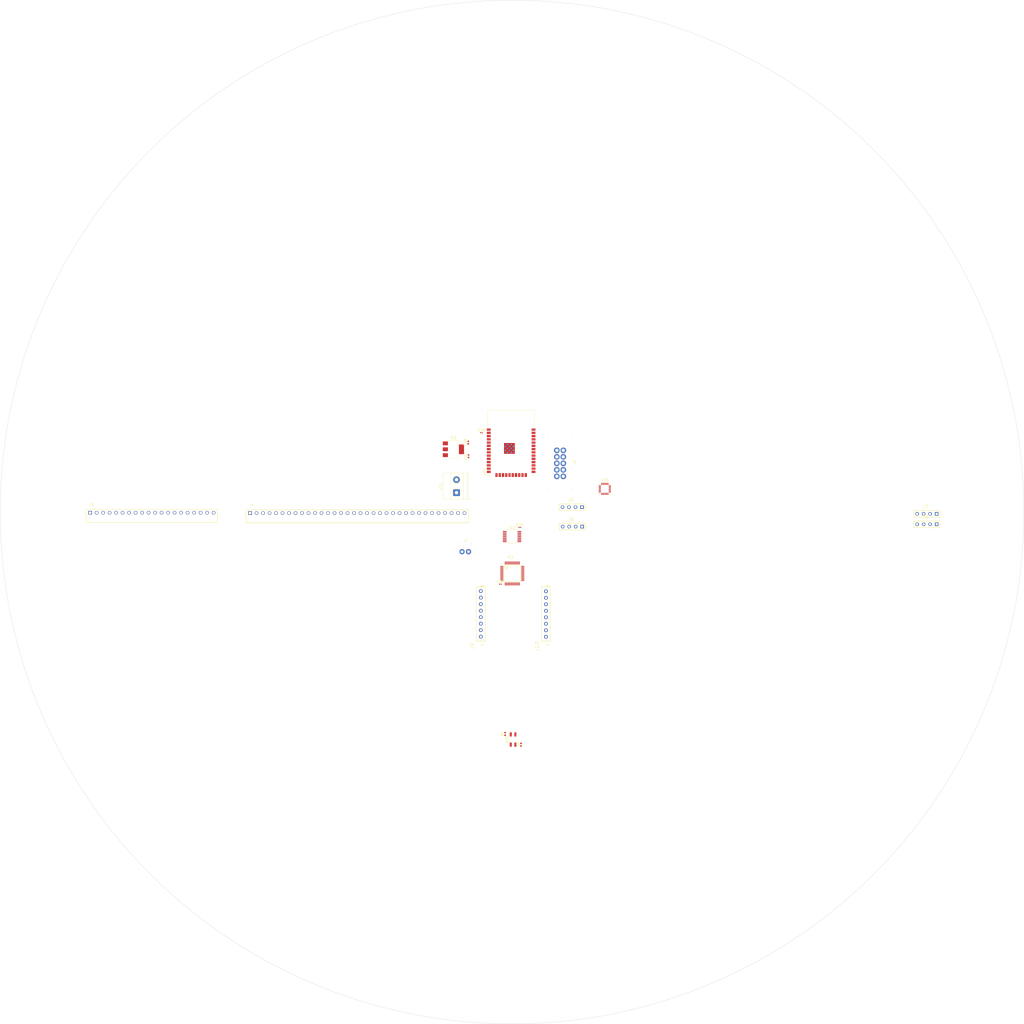
<source format=kicad_pcb>
(kicad_pcb (version 20221018) (generator pcbnew)
  (layers (0 "F.Cu" signal) (31 "B.Cu" signal) (34 "B.Paste" user) (35 "F.Paste" user) (36 "B.SilkS" user "B.Silkscreen") (37 "F.SilkS" user "F.Silkscreen") (38 "B.Mask" user) (39 "F.Mask" user) (44 "Edge.Cuts" user))
  (net 0 "")
  (net 1 "Net-(IC1-VDD_1)")
  (net 3 "Net-(IC2-VCCA)")
  (net 5 "Net-(U34-VDD)")
  (net 6 "Net-(C36-Pad2)")
  (net 8 "Net-(IC3-GND_2)")
  (net 10 "Net-(U34-IO0)")
  (net 24 "Net-(U35-A)")
  (net 25 "Net-(U34-IO5)")
  (net 51 "Net-(U34-GND-Pad1)")
  (net 62 "/CLK unbuffered")
  (net 63 "/MISO unbuffered")
  (net 64 "/MOSI unbuffered")
  (net 71 "/CS0")
  (net 74 "/CS1 unbuffered")
  (net 75 "/OE")
  (net 76 "/LED CLK")
  (net 77 "/LED SDO")
  (net 105 "Net-(IC1-GND)")
  (footprint "RF_Module:ESP32-WROOM-32" (layer "F.Cu") (at 224.65 201.04)
    (fp_text reference "U34" (at -10.61 8.43 90) (layer "F.SilkS"))
    (fp_text value "ESP32-WROOM-32")
    (fp_line (start -9.12 -15.86) (end -9.12 -9.445) (stroke (width 0.12)) (layer "F.SilkS"))
    (fp_line (start -9.12 -15.86) (end 9.12 -15.86) (stroke (width 0.12)) (layer "F.SilkS"))
    (fp_line (start -9.12 -9.445) (end -9.5 -9.445) (stroke (width 0.12)) (layer "F.SilkS"))
    (fp_line (start -9.12 9.1) (end -9.12 9.88) (stroke (width 0.12)) (layer "F.SilkS"))
    (fp_line (start -9.12 9.88) (end -8.12 9.88) (stroke (width 0.12)) (layer "F.SilkS"))
    (fp_line (start 9.12 -15.86) (end 9.12 -9.445) (stroke (width 0.12)) (layer "F.SilkS"))
    (fp_line (start 9.12 9.1) (end 9.12 9.88) (stroke (width 0.12)) (layer "F.SilkS"))
    (fp_line (start 9.12 9.88) (end 8.12 9.88) (stroke (width 0.12)) (layer "F.SilkS"))
    (pad "1" smd rect (at -8.75 -8.25) (size 1.5 0.9) (layers "F.Cu" "F.Paste" "F.Mask") (net 51 "Net-(U34-GND-Pad1)"))
    (pad "2" smd rect (at -8.75 -6.98) (size 1.5 0.9) (layers "F.Cu" "F.Paste" "F.Mask") (net 5 "Net-(U34-VDD)"))
    (pad "3" smd rect (at -8.75 -5.71) (size 1.5 0.9) (layers "F.Cu" "F.Paste" "F.Mask"))
    (pad "4" smd rect (at -8.75 -4.44) (size 1.5 0.9) (layers "F.Cu" "F.Paste" "F.Mask"))
    (pad "5" smd rect (at -8.75 -3.17) (size 1.5 0.9) (layers "F.Cu" "F.Paste" "F.Mask"))
    (pad "6" smd rect (at -8.75 -1.9) (size 1.5 0.9) (layers "F.Cu" "F.Paste" "F.Mask"))
    (pad "7" smd rect (at -8.75 -0.63) (size 1.5 0.9) (layers "F.Cu" "F.Paste" "F.Mask"))
    (pad "8" smd rect (at -8.75 0.64) (size 1.5 0.9) (layers "F.Cu" "F.Paste" "F.Mask"))
    (pad "9" smd rect (at -8.75 1.91) (size 1.5 0.9) (layers "F.Cu" "F.Paste" "F.Mask"))
    (pad "10" smd rect (at -8.75 3.18) (size 1.5 0.9) (layers "F.Cu" "F.Paste" "F.Mask"))
    (pad "11" smd rect (at -8.75 4.45) (size 1.5 0.9) (layers "F.Cu" "F.Paste" "F.Mask"))
    (pad "12" smd rect (at -8.75 5.72) (size 1.5 0.9) (layers "F.Cu" "F.Paste" "F.Mask"))
    (pad "13" smd rect (at -8.75 6.99) (size 1.5 0.9) (layers "F.Cu" "F.Paste" "F.Mask") (net 62 "/CLK unbuffered"))
    (pad "14" smd rect (at -8.75 8.26) (size 1.5 0.9) (layers "F.Cu" "F.Paste" "F.Mask") (net 63 "/MISO unbuffered"))
    (pad "15" smd rect (at -5.71 9.51 90) (size 1.5 0.9) (layers "F.Cu" "F.Paste" "F.Mask") (net 51 "Net-(U34-GND-Pad1)"))
    (pad "16" smd rect (at -4.44 9.51 90) (size 1.5 0.9) (layers "F.Cu" "F.Paste" "F.Mask") (net 64 "/MOSI unbuffered"))
    (pad "17" smd rect (at -3.17 9.51 90) (size 1.5 0.9) (layers "F.Cu" "F.Paste" "F.Mask"))
    (pad "18" smd rect (at -1.9 9.51 90) (size 1.5 0.9) (layers "F.Cu" "F.Paste" "F.Mask"))
    (pad "19" smd rect (at -0.63 9.51 90) (size 1.5 0.9) (layers "F.Cu" "F.Paste" "F.Mask"))
    (pad "20" smd rect (at 0.64 9.51 90) (size 1.5 0.9) (layers "F.Cu" "F.Paste" "F.Mask"))
    (pad "21" smd rect (at 1.91 9.51 90) (size 1.5 0.9) (layers "F.Cu" "F.Paste" "F.Mask"))
    (pad "22" smd rect (at 3.18 9.51 90) (size 1.5 0.9) (layers "F.Cu" "F.Paste" "F.Mask"))
    (pad "23" smd rect (at 4.45 9.51 90) (size 1.5 0.9) (layers "F.Cu" "F.Paste" "F.Mask") (net 71 "/CS0"))
    (pad "24" smd rect (at 5.72 9.51 90) (size 1.5 0.9) (layers "F.Cu" "F.Paste" "F.Mask"))
    (pad "25" smd rect (at 8.75 8.26) (size 1.5 0.9) (layers "F.Cu" "F.Paste" "F.Mask") (net 10 "Net-(U34-IO0)"))
    (pad "26" smd rect (at 8.75 6.99) (size 1.5 0.9) (layers "F.Cu" "F.Paste" "F.Mask"))
    (pad "27" smd rect (at 8.75 5.72) (size 1.5 0.9) (layers "F.Cu" "F.Paste" "F.Mask") (net 74 "/CS1 unbuffered"))
    (pad "28" smd rect (at 8.75 4.45) (size 1.5 0.9) (layers "F.Cu" "F.Paste" "F.Mask") (net 75 "/OE"))
    (pad "29" smd rect (at 8.75 3.18) (size 1.5 0.9) (layers "F.Cu" "F.Paste" "F.Mask") (net 25 "Net-(U34-IO5)"))
    (pad "30" smd rect (at 8.75 1.91) (size 1.5 0.9) (layers "F.Cu" "F.Paste" "F.Mask") (net 76 "/LED CLK"))
    (pad "31" smd rect (at 8.75 0.64) (size 1.5 0.9) (layers "F.Cu" "F.Paste" "F.Mask") (net 77 "/LED SDO"))
    (pad "32" smd rect (at 8.75 -0.63) (size 1.5 0.9) (layers "F.Cu" "F.Paste" "F.Mask"))
    (pad "33" smd rect (at 8.75 -1.9) (size 1.5 0.9) (layers "F.Cu" "F.Paste" "F.Mask"))
    (pad "34" smd rect (at 8.75 -3.17) (size 1.5 0.9) (layers "F.Cu" "F.Paste" "F.Mask"))
    (pad "35" smd rect (at 8.75 -4.44) (size 1.5 0.9) (layers "F.Cu" "F.Paste" "F.Mask"))
    (pad "36" smd rect (at 8.75 -5.71) (size 1.5 0.9) (layers "F.Cu" "F.Paste" "F.Mask"))
    (pad "37" smd rect (at 8.75 -6.98) (size 1.5 0.9) (layers "F.Cu" "F.Paste" "F.Mask"))
    (pad "38" smd rect (at 8.75 -8.25) (size 1.5 0.9) (layers "F.Cu" "F.Paste" "F.Mask") (net 51 "Net-(U34-GND-Pad1)"))
    (pad "39" smd rect (at -2.205 -2.435) (size 1.05 1.05) (layers "F.Cu" "F.Paste") (net 51 "Net-(U34-GND-Pad1)"))
    (pad "39" thru_hole circle (at -2.205 -1.6725) (size 0.6 0.6) (drill 0.2) (property pad_prop_heatsink) (layers "*.Cu" "F.Mask") (net 51 "Net-(U34-GND-Pad1)"))
    (pad "39" smd rect (at -2.205 -0.91) (size 1.05 1.05) (layers "F.Cu" "F.Paste") (net 51 "Net-(U34-GND-Pad1)"))
    (pad "39" thru_hole circle (at -2.205 -0.1475) (size 0.6 0.6) (drill 0.2) (property pad_prop_heatsink) (layers "*.Cu" "F.Mask") (net 51 "Net-(U34-GND-Pad1)"))
    (pad "39" smd rect (at -2.205 0.615) (size 1.05 1.05) (layers "F.Cu" "F.Paste") (net 51 "Net-(U34-GND-Pad1)"))
    (pad "39" thru_hole circle (at -1.4425 -2.435) (size 0.6 0.6) (drill 0.2) (property pad_prop_heatsink) (layers "*.Cu" "F.Mask") (net 51 "Net-(U34-GND-Pad1)"))
    (pad "39" thru_hole circle (at -1.4425 -0.91) (size 0.6 0.6) (drill 0.2) (property pad_prop_heatsink) (layers "*.Cu" "F.Mask") (net 51 "Net-(U34-GND-Pad1)"))
    (pad "39" thru_hole circle (at -1.4425 0.615) (size 0.6 0.6) (drill 0.2) (property pad_prop_heatsink) (layers "*.Cu" "F.Mask") (net 51 "Net-(U34-GND-Pad1)"))
    (pad "39" smd rect (at -0.68 -2.435) (size 1.05 1.05) (layers "F.Cu" "F.Paste") (net 51 "Net-(U34-GND-Pad1)"))
    (pad "39" thru_hole circle (at -0.68 -1.6725) (size 0.6 0.6) (drill 0.2) (property pad_prop_heatsink) (layers "*.Cu" "F.Mask") (net 51 "Net-(U34-GND-Pad1)"))
    (pad "39" smd rect (at -0.68 -0.91) (size 1.05 1.05) (layers "F.Cu" "F.Paste") (net 51 "Net-(U34-GND-Pad1)"))
    (pad "39" smd rect (at -0.68 -0.91) (size 4.2 4.2) (layers "F.Cu" "F.Mask") (net 51 "Net-(U34-GND-Pad1)"))
    (pad "39" thru_hole circle (at -0.68 -0.1475) (size 0.6 0.6) (drill 0.2) (property pad_prop_heatsink) (layers "*.Cu" "F.Mask") (net 51 "Net-(U34-GND-Pad1)"))
    (pad "39" smd rect (at -0.68 0.615) (size 1.05 1.05) (layers "F.Cu" "F.Paste") (net 51 "Net-(U34-GND-Pad1)"))
    (pad "39" thru_hole circle (at 0.0825 -2.435) (size 0.6 0.6) (drill 0.2) (property pad_prop_heatsink) (layers "*.Cu" "F.Mask") (net 51 "Net-(U34-GND-Pad1)"))
    (pad "39" thru_hole circle (at 0.0825 -0.91) (size 0.6 0.6) (drill 0.2) (property pad_prop_heatsink) (layers "*.Cu" "F.Mask") (net 51 "Net-(U34-GND-Pad1)"))
    (pad "39" thru_hole circle (at 0.0825 0.615) (size 0.6 0.6) (drill 0.2) (property pad_prop_heatsink) (layers "*.Cu" "F.Mask") (net 51 "Net-(U34-GND-Pad1)"))
    (pad "39" smd rect (at 0.845 -2.435) (size 1.05 1.05) (layers "F.Cu" "F.Paste") (net 51 "Net-(U34-GND-Pad1)"))
    (pad "39" thru_hole circle (at 0.845 -1.6725) (size 0.6 0.6) (drill 0.2) (property pad_prop_heatsink) (layers "*.Cu" "F.Mask") (net 51 "Net-(U34-GND-Pad1)"))
    (pad "39" smd rect (at 0.845 -0.91) (size 1.05 1.05) (layers "F.Cu" "F.Paste") (net 51 "Net-(U34-GND-Pad1)"))
    (pad "39" thru_hole circle (at 0.845 -0.1475) (size 0.6 0.6) (drill 0.2) (property pad_prop_heatsink) (layers "*.Cu" "F.Mask") (net 51 "Net-(U34-GND-Pad1)"))
    (pad "39" smd rect (at 0.845 0.615) (size 1.05 1.05) (layers "F.Cu" "F.Paste") (net 51 "Net-(U34-GND-Pad1)"))
  )
  (footprint "Own_Library:SAMTEC_SLW-104-01-G-S" (layer "F.Cu") (at 248.59 230.7)
    (fp_text reference "J6" (at -0.635 -2.794) (layer "F.SilkS") (effects (font (size 1.4 1.4))))
    (fp_text value "SLW-104-01-G-S")
    (fp_line (start -5.08 -1.27) (end 5.08 -1.27) (stroke (width 0.2)) (layer "F.SilkS"))
    (fp_line (start -5.08 1.27) (end -5.08 -1.27) (stroke (width 0.2)) (layer "F.SilkS"))
    (fp_line (start 5.08 -1.27) (end 5.08 1.27) (stroke (width 0.2)) (layer "F.SilkS"))
    (fp_line (start 5.08 1.27) (end -5.08 1.27) (stroke (width 0.2)) (layer "F.SilkS"))
    (fp_circle (center 5.75 0) (end 5.85 0) (stroke (width 0.2)) (fill none) (layer "F.SilkS"))
    (pad "01" thru_hole rect (at 3.81 0) (size 1.368 1.368) (drill 0.86) (layers "*.Cu" "*.Mask"))
    (pad "02" thru_hole circle (at 1.27 0) (size 1.368 1.368) (drill 0.86) (layers "*.Cu" "*.Mask"))
    (pad "03" thru_hole circle (at -1.27 0) (size 1.368 1.368) (drill 0.86) (layers "*.Cu" "*.Mask"))
    (pad "04" thru_hole circle (at -3.81 0) (size 1.368 1.368) (drill 0.86) (layers "*.Cu" "*.Mask"))
  )
  (footprint "Own_Library:SAMTEC_SLW-104-01-G-S" (layer "F.Cu") (at 387.11 229.8)
    (fp_text reference "J8" (at -0.635 -2.794) (layer "F.SilkS") (effects (font (size 1.4 1.4))))
    (fp_text value "SLW-104-01-G-S")
    (fp_line (start -5.08 -1.27) (end 5.08 -1.27) (stroke (width 0.2)) (layer "F.SilkS"))
    (fp_line (start -5.08 1.27) (end -5.08 -1.27) (stroke (width 0.2)) (layer "F.SilkS"))
    (fp_line (start 5.08 -1.27) (end 5.08 1.27) (stroke (width 0.2)) (layer "F.SilkS"))
    (fp_line (start 5.08 1.27) (end -5.08 1.27) (stroke (width 0.2)) (layer "F.SilkS"))
    (fp_circle (center 5.75 0) (end 5.85 0) (stroke (width 0.2)) (fill none) (layer "F.SilkS"))
    (pad "01" thru_hole rect (at 3.81 0) (size 1.368 1.368) (drill 0.86) (layers "*.Cu" "*.Mask"))
    (pad "02" thru_hole circle (at 1.27 0) (size 1.368 1.368) (drill 0.86) (layers "*.Cu" "*.Mask"))
    (pad "03" thru_hole circle (at -1.27 0) (size 1.368 1.368) (drill 0.86) (layers "*.Cu" "*.Mask"))
    (pad "04" thru_hole circle (at -3.81 0) (size 1.368 1.368) (drill 0.86) (layers "*.Cu" "*.Mask"))
  )
  (footprint "Package_TO_SOT_SMD:SOT-223" (layer "F.Cu") (at 202.1 200.48)
    (fp_text reference "IC3" (at 0 -4.5) (layer "F.SilkS"))
    (fp_text value "LM3940IMP-3.3_NOPB")
    (fp_line (start -4.1 -3.41) (end 1.91 -3.41) (stroke (width 0.12)) (layer "F.SilkS"))
    (fp_line (start -1.85 3.41) (end 1.91 3.41) (stroke (width 0.12)) (layer "F.SilkS"))
    (fp_line (start 1.91 -3.41) (end 1.91 -2.15) (stroke (width 0.12)) (layer "F.SilkS"))
    (fp_line (start 1.91 3.41) (end 1.91 2.15) (stroke (width 0.12)) (layer "F.SilkS"))
    (pad "1" smd rect (at -3.15 -2.3) (size 2 1.5) (layers "F.Cu" "F.Paste" "F.Mask"))
    (pad "2" smd rect (at -3.15 0) (size 2 1.5) (layers "F.Cu" "F.Paste" "F.Mask"))
    (pad "3" smd rect (at -3.15 2.3) (size 2 1.5) (layers "F.Cu" "F.Paste" "F.Mask"))
    (pad "4" smd rect (at 3.15 0) (size 2 3.8) (layers "F.Cu" "F.Paste" "F.Mask") (net 8 "Net-(IC3-GND_2)"))
  )
  (footprint "Own_Library:SAMTEC_SLW-104-01-G-S" (layer "F.Cu") (at 387.11 225.71)
    (fp_text reference "J7" (at -0.635 -2.794) (layer "F.SilkS") (effects (font (size 1.4 1.4))))
    (fp_text value "SLW-104-01-G-S")
    (fp_line (start -5.08 -1.27) (end 5.08 -1.27) (stroke (width 0.2)) (layer "F.SilkS"))
    (fp_line (start -5.08 1.27) (end -5.08 -1.27) (stroke (width 0.2)) (layer "F.SilkS"))
    (fp_line (start 5.08 -1.27) (end 5.08 1.27) (stroke (width 0.2)) (layer "F.SilkS"))
    (fp_line (start 5.08 1.27) (end -5.08 1.27) (stroke (width 0.2)) (layer "F.SilkS"))
    (fp_circle (center 5.75 0) (end 5.85 0) (stroke (width 0.2)) (fill none) (layer "F.SilkS"))
    (pad "01" thru_hole rect (at 3.81 0) (size 1.368 1.368) (drill 0.86) (layers "*.Cu" "*.Mask"))
    (pad "02" thru_hole circle (at 1.27 0) (size 1.368 1.368) (drill 0.86) (layers "*.Cu" "*.Mask"))
    (pad "03" thru_hole circle (at -1.27 0) (size 1.368 1.368) (drill 0.86) (layers "*.Cu" "*.Mask"))
    (pad "04" thru_hole circle (at -3.81 0) (size 1.368 1.368) (drill 0.86) (layers "*.Cu" "*.Mask"))
  )
  (footprint "Package_SO:TSSOP-14_4.4x5mm_P0.65mm" (layer "F.Cu") (at 225 234.6)
    (fp_text reference "IC2" (at 0 -3.45) (layer "F.SilkS"))
    (fp_text value "TXU0304PWR")
    (fp_line (start 0 -2.61) (end -3.6 -2.61) (stroke (width 0.12)) (layer "F.SilkS"))
    (fp_line (start 0 -2.61) (end 2.2 -2.61) (stroke (width 0.12)) (layer "F.SilkS"))
    (fp_line (start 0 2.61) (end -2.2 2.61) (stroke (width 0.12)) (layer "F.SilkS"))
    (fp_line (start 0 2.61) (end 2.2 2.61) (stroke (width 0.12)) (layer "F.SilkS"))
    (pad "1" smd roundrect (at -2.8625 -1.95) (size 1.475 0.4) (layers "F.Cu" "F.Paste" "F.Mask") (net 3 "Net-(IC2-VCCA)"))
    (pad "2" smd roundrect (at -2.8625 -1.3) (size 1.475 0.4) (layers "F.Cu" "F.Paste" "F.Mask") (net 64 "/MOSI unbuffered"))
    (pad "3" smd roundrect (at -2.8625 -0.65) (size 1.475 0.4) (layers "F.Cu" "F.Paste" "F.Mask") (net 62 "/CLK unbuffered"))
    (pad "4" smd roundrect (at -2.8625 0) (size 1.475 0.4) (layers "F.Cu" "F.Paste" "F.Mask") (net 74 "/CS1 unbuffered"))
    (pad "5" smd roundrect (at -2.8625 0.65) (size 1.475 0.4) (layers "F.Cu" "F.Paste" "F.Mask") (net 63 "/MISO unbuffered"))
    (pad "6" smd roundrect (at -2.8625 1.3) (size 1.475 0.4) (layers "F.Cu" "F.Paste" "F.Mask"))
    (pad "7" smd roundrect (at -2.8625 1.95) (size 1.475 0.4) (layers "F.Cu" "F.Paste" "F.Mask"))
    (pad "8" smd roundrect (at 2.8625 1.95) (size 1.475 0.4) (layers "F.Cu" "F.Paste" "F.Mask") (net 75 "/OE"))
    (pad "9" smd roundrect (at 2.8625 1.3) (size 1.475 0.4) (layers "F.Cu" "F.Paste" "F.Mask"))
    (pad "10" smd roundrect (at 2.8625 0.65) (size 1.475 0.4) (layers "F.Cu" "F.Paste" "F.Mask"))
    (pad "11" smd roundrect (at 2.8625 0) (size 1.475 0.4) (layers "F.Cu" "F.Paste" "F.Mask"))
    (pad "12" smd roundrect (at 2.8625 -0.65) (size 1.475 0.4) (layers "F.Cu" "F.Paste" "F.Mask"))
    (pad "13" smd roundrect (at 2.8625 -1.3) (size 1.475 0.4) (layers "F.Cu" "F.Paste" "F.Mask"))
    (pad "14" smd roundrect (at 2.8625 -1.95) (size 1.475 0.4) (layers "F.Cu" "F.Paste" "F.Mask") (net 3 "Net-(IC2-VCCA)"))
  )
  (footprint "Resistor_SMD:R_0402_1005Metric" (layer "F.Cu") (at 228.5 315.91 90)
    (fp_text reference "R2" (at 0 -1.17 90) (layer "F.SilkS"))
    (fp_text value "10K")
    (fp_line (start -0.153641 -0.38) (end 0.153641 -0.38) (stroke (width 0.12)) (layer "F.SilkS"))
    (fp_line (start -0.153641 0.38) (end 0.153641 0.38) (stroke (width 0.12)) (layer "F.SilkS"))
    (pad "1" smd roundrect (at -0.51 0 90) (size 0.54 0.64) (layers "F.Cu" "F.Paste" "F.Mask") (net 25 "Net-(U34-IO5)"))
    (pad "2" smd roundrect (at 0.51 0 90) (size 0.54 0.64) (layers "F.Cu" "F.Paste" "F.Mask"))
  )
  (footprint "Resistor_SMD:R_0402_1005Metric" (layer "F.Cu") (at 222.3 311.71 90)
    (fp_text reference "R1" (at 0 -1.17 90) (layer "F.SilkS"))
    (fp_text value "100")
    (fp_line (start -0.153641 -0.38) (end 0.153641 -0.38) (stroke (width 0.12)) (layer "F.SilkS"))
    (fp_line (start -0.153641 0.38) (end 0.153641 0.38) (stroke (width 0.12)) (layer "F.SilkS"))
    (pad "1" smd roundrect (at -0.51 0 90) (size 0.54 0.64) (layers "F.Cu" "F.Paste" "F.Mask"))
    (pad "2" smd roundrect (at 0.51 0 90) (size 0.54 0.64) (layers "F.Cu" "F.Paste" "F.Mask") (net 24 "Net-(U35-A)"))
  )
  (footprint "Capacitor_SMD:C_0402_1005Metric" (layer "F.Cu") (at 208 203.18 90)
    (fp_text reference "C37" (at 0 -1.16 90) (layer "F.SilkS"))
    (fp_text value "33µF")
    (fp_line (start -0.107836 -0.36) (end 0.107836 -0.36) (stroke (width 0.12)) (layer "F.SilkS"))
    (fp_line (start -0.107836 0.36) (end 0.107836 0.36) (stroke (width 0.12)) (layer "F.SilkS"))
    (pad "1" smd roundrect (at -0.48 0 90) (size 0.56 0.62) (layers "F.Cu" "F.Paste" "F.Mask"))
    (pad "2" smd roundrect (at 0.48 0 90) (size 0.56 0.62) (layers "F.Cu" "F.Paste" "F.Mask") (net 8 "Net-(IC3-GND_2)"))
  )
  (footprint "Own_Library:SAMTEC-SLW-108-01-X-S" (layer "F.Cu") (at 238.247 264.85 90)
    (fp_text reference "J10" (at -12.6785 -3.40751 90) (layer "F.SilkS") (effects (font (size 1.5 1.5))))
    (fp_text value "SAMTEC-SLW-108-01-X-S")
    (fp_text user "8" (at 10.951 0.635 90) (layer "F.SilkS"))
    (fp_text user "1" (at -11.98 0.635 90) (layer "F.SilkS"))
    (fp_line (start -10.61 -1.72001) (end -10.61 1.72001) (stroke (width 0.2)) (layer "F.SilkS"))
    (fp_line (start -10.61 1.72001) (end 10.61 1.72001) (stroke (width 0.2)) (layer "F.SilkS"))
    (fp_line (start 10.61 -1.72001) (end -10.61 -1.72001) (stroke (width 0.2)) (layer "F.SilkS"))
    (fp_line (start 10.61 1.72001) (end 10.61 -1.72001) (stroke (width 0.2)) (layer "F.SilkS"))
    (pad "1" thru_hole circle (at -8.89 0 90) (size 1.45999 1.45999) (drill 0.859993) (layers "*.Cu"))
    (pad "2" thru_hole circle (at -6.35 0 90) (size 1.45999 1.45999) (drill 0.859993) (layers "*.Cu"))
    (pad "3" thru_hole circle (at -3.81 0 90) (size 1.45999 1.45999) (drill 0.859993) (layers "*.Cu"))
    (pad "4" thru_hole circle (at -1.27 0 90) (size 1.45999 1.45999) (drill 0.859993) (layers "*.Cu"))
    (pad "5" thru_hole circle (at 1.27 0 90) (size 1.45999 1.45999) (drill 0.859993) (layers "*.Cu"))
    (pad "6" thru_hole circle (at 3.81 0 90) (size 1.45999 1.45999) (drill 0.859993) (layers "*.Cu"))
    (pad "7" thru_hole circle (at 6.35 0 90) (size 1.45999 1.45999) (drill 0.859993) (layers "*.Cu"))
    (pad "8" thru_hole circle (at 8.89 0 90) (size 1.45999 1.45999) (drill 0.859993) (layers "*.Cu"))
  )
  (footprint "digikey-footprints:PinHeader_2x5_P2.54mm_Drill1.2mm" (layer "F.Cu") (at 245.04 200.9 -90)
    (fp_text reference "J2" (at 4.6 -4.4 90) (layer "F.SilkS"))
    (fp_text value "302-S101")
    (fp_line (start -5.1 -3.4) (end -5.1 -2.9) (stroke (width 0.1)) (layer "F.SilkS"))
    (fp_line (start -5.1 -3.4) (end -4.6 -3.4) (stroke (width 0.1)) (layer "F.SilkS"))
    (fp_line (start -5.1 5.9) (end -5.1 5.4) (stroke (width 0.1)) (layer "F.SilkS"))
    (fp_line (start -5.1 5.9) (end -4.6 5.9) (stroke (width 0.1)) (layer "F.SilkS"))
    (fp_line (start 15.5 -3.4) (end 15 -3.4) (stroke (width 0.1)) (layer "F.SilkS"))
    (fp_line (start 15.5 -3.4) (end 15.5 -2.9) (stroke (width 0.1)) (layer "F.SilkS"))
    (fp_line (start 15.5 5.9) (end 15 5.9) (stroke (width 0.1)) (layer "F.SilkS"))
    (fp_line (start 15.5 5.9) (end 15.5 5.4) (stroke (width 0.1)) (layer "F.SilkS"))
    (pad "1" thru_hole circle (at 0 0 270) (size 2.2 2.2) (drill 1.2) (layers "*.Cu" "*.Mask"))
    (pad "2" thru_hole circle (at 0 2.54 270) (size 2.2 2.2) (drill 1.2) (layers "*.Cu" "*.Mask"))
    (pad "3" thru_hole circle (at 2.54 0 270) (size 2.2 2.2) (drill 1.2) (layers "*.Cu" "*.Mask"))
    (pad "4" thru_hole circle (at 2.54 2.54 270) (size 2.2 2.2) (drill 1.2) (layers "*.Cu" "*.Mask"))
    (pad "5" thru_hole circle (at 5.08 0 270) (size 2.2 2.2) (drill 1.2) (layers "*.Cu" "*.Mask"))
    (pad "6" thru_hole circle (at 5.08 2.54 270) (size 2.2 2.2) (drill 1.2) (layers "*.Cu" "*.Mask"))
    (pad "7" thru_hole circle (at 7.62 0 270) (size 2.2 2.2) (drill 1.2) (layers "*.Cu" "*.Mask"))
    (pad "8" thru_hole circle (at 7.62 2.54 270) (size 2.2 2.2) (drill 1.2) (layers "*.Cu" "*.Mask"))
    (pad "9" thru_hole circle (at 10.16 0 270) (size 2.2 2.2) (drill 1.2) (layers "*.Cu" "*.Mask"))
    (pad "10" thru_hole circle (at 10.16 2.54 270) (size 2.2 2.2) (drill 1.2) (layers "*.Cu" "*.Mask"))
  )
  (footprint "TerminalBlock_Phoenix:TerminalBlock_Phoenix_MKDS-1,5-2-5.08_1x02_P5.08mm_Horizontal" (layer "F.Cu") (at 203.305 217.445 90)
    (fp_text reference "J11" (at 2.54 -6.26 90) (layer "F.SilkS"))
    (fp_text value "Screw_Terminal_01x02")
    (fp_line (start -2.84 4.16) (end -2.84 4.9) (stroke (width 0.12)) (layer "F.SilkS"))
    (fp_line (start -2.84 4.9) (end -2.34 4.9) (stroke (width 0.12)) (layer "F.SilkS"))
    (fp_line (start -2.6 -5.261) (end -2.6 4.66) (stroke (width 0.12)) (layer "F.SilkS"))
    (fp_line (start -2.6 -5.261) (end 7.68 -5.261) (stroke (width 0.12)) (layer "F.SilkS"))
    (fp_line (start -2.6 -2.301) (end 7.68 -2.301) (stroke (width 0.12)) (layer "F.SilkS"))
    (fp_line (start -2.6 2.6) (end 7.68 2.6) (stroke (width 0.12)) (layer "F.SilkS"))
    (fp_line (start -2.6 4.1) (end 7.68 4.1) (stroke (width 0.12)) (layer "F.SilkS"))
    (fp_line (start -2.6 4.66) (end 7.68 4.66) (stroke (width 0.12)) (layer "F.SilkS"))
    (fp_line (start 3.853 1.023) (end 3.806 1.069) (stroke (width 0.12)) (layer "F.SilkS"))
    (fp_line (start 4.046 1.239) (end 4.011 1.274) (stroke (width 0.12)) (layer "F.SilkS"))
    (fp_line (start 6.15 -1.275) (end 6.115 -1.239) (stroke (width 0.12)) (layer "F.SilkS"))
    (fp_line (start 6.355 -1.069) (end 6.308 -1.023) (stroke (width 0.12)) (layer "F.SilkS"))
    (fp_line (start 7.68 -5.261) (end 7.68 4.66) (stroke (width 0.12)) (layer "F.SilkS"))
    (fp_arc (start -1.535427 0.683042) (mid -1.680501 -0.000524) (end -1.535 -0.684) (stroke (width 0.12)) (layer "F.SilkS"))
    (fp_arc (start -0.683042 -1.535427) (mid 0.000524 -1.680501) (end 0.684 -1.535) (stroke (width 0.12)) (layer "F.SilkS"))
    (fp_arc (start 0.028805 1.680253) (mid -0.335551 1.646659) (end -0.684 1.535) (stroke (width 0.12)) (layer "F.SilkS"))
    (fp_arc (start 0.683318 1.534756) (mid 0.349292 1.643288) (end 0 1.68) (stroke (width 0.12)) (layer "F.SilkS"))
    (fp_arc (start 1.535427 -0.683042) (mid 1.680501 0.000524) (end 1.535 0.684) (stroke (width 0.12)) (layer "F.SilkS"))
    (fp_circle (center 5.08 0) (end 6.76 0) (stroke (width 0.12)) (fill none) (layer "F.SilkS"))
    (pad "1" thru_hole rect (at 0 0 90) (size 2.6 2.6) (drill 1.3) (layers "*.Cu" "*.Mask"))
    (pad "2" thru_hole circle (at 5.08 0 90) (size 2.6 2.6) (drill 1.3) (layers "*.Cu" "*.Mask"))
  )
  (footprint "Own_Library:SAMTEC-SLW-108-01-X-S" (layer "F.Cu") (at 212.8 264.81 90)
    (fp_text reference "J9" (at -12.6785 -3.40751 90) (layer "F.SilkS") (effects (font (size 1.5 1.5))))
    (fp_text value "SAMTEC-SLW-108-01-X-S")
    (fp_text user "1" (at -11.98 0.635 90) (layer "F.SilkS"))
    (fp_text user "8" (at 10.951 0.635 90) (layer "F.SilkS"))
    (fp_line (start -10.61 -1.72001) (end -10.61 1.72001) (stroke (width 0.2)) (layer "F.SilkS"))
    (fp_line (start -10.61 1.72001) (end 10.61 1.72001) (stroke (width 0.2)) (layer "F.SilkS"))
    (fp_line (start 10.61 -1.72001) (end -10.61 -1.72001) (stroke (width 0.2)) (layer "F.SilkS"))
    (fp_line (start 10.61 1.72001) (end 10.61 -1.72001) (stroke (width 0.2)) (layer "F.SilkS"))
    (pad "1" thru_hole circle (at -8.89 0 90) (size 1.45999 1.45999) (drill 0.859993) (layers "*.Cu"))
    (pad "2" thru_hole circle (at -6.35 0 90) (size 1.45999 1.45999) (drill 0.859993) (layers "*.Cu"))
    (pad "3" thru_hole circle (at -3.81 0 90) (size 1.45999 1.45999) (drill 0.859993) (layers "*.Cu"))
    (pad "4" thru_hole circle (at -1.27 0 90) (size 1.45999 1.45999) (drill 0.859993) (layers "*.Cu"))
    (pad "5" thru_hole circle (at 1.27 0 90) (size 1.45999 1.45999) (drill 0.859993) (layers "*.Cu"))
    (pad "6" thru_hole circle (at 3.81 0 90) (size 1.45999 1.45999) (drill 0.859993) (layers "*.Cu"))
    (pad "7" thru_hole circle (at 6.35 0 90) (size 1.45999 1.45999) (drill 0.859993) (layers "*.Cu"))
    (pad "8" thru_hole circle (at 8.89 0 90) (size 1.45999 1.45999) (drill 0.859993) (layers "*.Cu"))
  )
  (footprint "Capacitor_SMD:C_0402_1005Metric" (layer "F.Cu") (at 207.9 197.88 90)
    (fp_text reference "C38" (at 0 -1.16 90) (layer "F.SilkS"))
    (fp_text value ".47µF")
    (fp_line (start -0.107836 -0.36) (end 0.107836 -0.36) (stroke (width 0.12)) (layer "F.SilkS"))
    (fp_line (start -0.107836 0.36) (end 0.107836 0.36) (stroke (width 0.12)) (layer "F.SilkS"))
    (pad "1" smd roundrect (at -0.48 0 90) (size 0.56 0.62) (layers "F.Cu" "F.Paste" "F.Mask"))
    (pad "2" smd roundrect (at 0.48 0 90) (size 0.56 0.62) (layers "F.Cu" "F.Paste" "F.Mask") (net 8 "Net-(IC3-GND_2)"))
  )
  (footprint "Own_Library:SAMTEC_BSW-134-X-X-S" (layer "F.Cu") (at 164.53 226.67)
    (fp_text reference "J4" (at -41.26 -4.425) (layer "F.SilkS"))
    (fp_text value "BSW-134-X-X-S")
    (fp_line (start -43.435 -2.54) (end 43.435 -2.54) (stroke (width 0.2)) (layer "F.SilkS"))
    (fp_line (start -43.435 2.54) (end -43.435 -2.54) (stroke (width 0.2)) (layer "F.SilkS"))
    (fp_line (start 43.435 -2.54) (end 43.435 2.54) (stroke (width 0.2)) (layer "F.SilkS"))
    (fp_line (start 43.435 2.54) (end -43.435 2.54) (stroke (width 0.2)) (layer "F.SilkS"))
    (fp_circle (center -44.085 -1.27) (end -43.985 -1.27) (stroke (width 0.2)) (fill none) (layer "F.SilkS"))
    (pad "" np_thru_hole circle (at -41.91 1.27) (size 1.778 1.778) (drill 1.778) (layers "*.Cu" "*.Mask"))
    (pad "" np_thru_hole circle (at -39.37 1.27) (size 1.778 1.778) (drill 1.778) (layers "*.Cu" "*.Mask"))
    (pad "" np_thru_hole circle (at -36.83 1.27) (size 1.778 1.778) (drill 1.778) (layers "*.Cu" "*.Mask"))
    (pad "" np_thru_hole circle (at -34.29 1.27) (size 1.778 1.778) (drill 1.778) (layers "*.Cu" "*.Mask"))
    (pad "" np_thru_hole circle (at -31.75 1.27) (size 1.778 1.778) (drill 1.778) (layers "*.Cu" "*.Mask"))
    (pad "" np_thru_hole circle (at -29.21 1.27) (size 1.778 1.778) (drill 1.778) (layers "*.Cu" "*.Mask"))
    (pad "" np_thru_hole circle (at -26.67 1.27) (size 1.778 1.778) (drill 1.778) (layers "*.Cu" "*.Mask"))
    (pad "" np_thru_hole circle (at -24.13 1.27) (size 1.778 1.778) (drill 1.778) (layers "*.Cu" "*.Mask"))
    (pad "" np_thru_hole circle (at -21.59 1.27) (size 1.778 1.778) (drill 1.778) (layers "*.Cu" "*.Mask"))
    (pad "" np_thru_hole circle (at -19.05 1.27) (size 1.778 1.778) (drill 1.778) (layers "*.Cu" "*.Mask"))
    (pad "" np_thru_hole circle (at -16.51 1.27) (size 1.778 1.778) (drill 1.778) (layers "*.Cu" "*.Mask"))
    (pad "" np_thru_hole circle (at -13.97 1.27) (size 1.778 1.778) (drill 1.778) (layers "*.Cu" "*.Mask"))
    (pad "" np_thru_hole circle (at -11.43 1.27) (size 1.778 1.778) (drill 1.778) (layers "*.Cu" "*.Mask"))
    (pad "" np_thru_hole circle (at -8.89 1.27) (size 1.778 1.778) (drill 1.778) (layers "*.Cu" "*.Mask"))
    (pad "" np_thru_hole circle (at -6.35 1.27) (size 1.778 1.778) (drill 1.778) (layers "*.Cu" "*.Mask"))
    (pad "" np_thru_hole circle (at -3.81 1.27) (size 1.778 1.778) (drill 1.778) (layers "*.Cu" "*.Mask"))
    (pad "" np_thru_hole circle (at -1.27 1.27) (size 1.778 1.778) (drill 1.778) (layers "*.Cu" "*.Mask"))
    (pad "" np_thru_hole circle (at 1.27 1.27) (size 1.778 1.778) (drill 1.778) (layers "*.Cu" "*.Mask"))
    (pad "" np_thru_hole circle (at 3.81 1.27) (size 1.778 1.778) (drill 1.778) (layers "*.Cu" "*.Mask"))
    (pad "" np_thru_hole circle (at 6.35 1.27) (size 1.778 1.778) (drill 1.778) (layers "*.Cu" "*.Mask"))
    (pad "" np_thru_hole circle (at 8.89 1.27) (size 1.778 1.778) (drill 1.778) (layers "*.Cu" "*.Mask"))
    (pad "" np_thru_hole circle (at 11.43 1.27) (size 1.778 1.778) (drill 1.778) (layers "*.Cu" "*.Mask"))
    (pad "" np_thru_hole circle (at 13.97 1.27) (size 1.778 1.778) (drill 1.778) (layers "*.Cu" "*.Mask"))
    (pad "" np_thru_hole circle (at 16.51 1.27) (size 1.778 1.778) (drill 1.778) (layers "*.Cu" "*.Mask"))
    (pad "" np_thru_hole circle (at 19.05 1.27) (size 1.778 1.778) (drill 1.778) (layers "*.Cu" "*.Mask"))
    (pad "" np_thru_hole circle (at 21.59 1.27) (size 1.778 1.778) (drill 1.778) (layers "*.Cu" "*.Mask"))
    (pad "" np_thru_hole circle (at 24.13 1.27) (size 1.778 1.778) (drill 1.778) (layers "*.Cu" "*.Mask"))
    (pad "" np_thru_hole circle (at 26.67 1.27) (size 1.778 1.778) (drill 1.778) (layers "*.Cu" "*.Mask"))
    (pad "" np_thru_hole circle (at 29.21 1.27) (size 1.778 1.778) (drill 1.778) (layers "*.Cu" "*.Mask"))
    (pad "" np_thru_hole circle (at 31.75 1.27) (size 1.778 1.778) (drill 1.778) (layers "*.Cu" "*.Mask"))
    (pad "" np_thru_hole circle (at 34.29 1.27) (size 1.778 1.778) (drill 1.778) (layers "*.Cu" "*.Mask"))
    (pad "" np_thru_hole circle (at 36.83 1.27) (size 1.778 1.778) (drill 1.778) (layers "*.Cu" "*.Mask"))
    (pad "" np_thru_hole circle (at 39.37 1.27) (size 1.778 1.778) (drill 1.778) (layers "*.Cu" "*.Mask"))
    (pad "" np_thru_hole circle (at 41.91 1.27) (size 1.778 1.778) (drill 1.778) (layers "*.Cu" "*.Mask"))
    (pad "01" thru_hole rect (at -41.91 -1.27) (size 1.366 1.366) (drill 1.016) (layers "*.Cu" "*.Mask"))
    (pad "02" thru_hole circle (at -39.37 -1.27) (size 1.366 1.366) (drill 1.016) (layers "*.Cu" "*.Mask"))
    (pad "03" thru_hole circle (at -36.83 -1.27) (size 1.366 1.366) (drill 1.016) (layers "*.Cu" "*.Mask"))
    (pad "04" thru_hole circle (at -34.29 -1.27) (size 1.366 1.366) (drill 1.016) (layers "*.Cu" "*.Mask"))
    (pad "05" thru_hole circle (at -31.75 -1.27) (size 1.366 1.366) (drill 1.016) (layers "*.Cu" "*.Mask"))
    (pad "06" thru_hole circle (at -29.21 -1.27) (size 1.366 1.366) (drill 1.016) (layers "*.Cu" "*.Mask"))
    (pad "07" thru_hole circle (at -26.67 -1.27) (size 1.366 1.366) (drill 1.016) (layers "*.Cu" "*.Mask"))
    (pad "08" thru_hole circle (at -24.13 -1.27) (size 1.366 1.366) (drill 1.016) (layers "*.Cu" "*.Mask"))
    (pad "09" thru_hole circle (at -21.59 -1.27) (size 1.366 1.366) (drill 1.016) (layers "*.Cu" "*.Mask"))
    (pad "10" thru_hole circle (at -19.05 -1.27) (size 1.366 1.366) (drill 1.016) (layers "*.Cu" "*.Mask"))
    (pad "11" thru_hole circle (at -16.51 -1.27) (size 1.366 1.366) (drill 1.016) (layers "*.Cu" "*.Mask"))
    (pad "12" thru_hole circle (at -13.97 -1.27) (size 1.366 1.366) (drill 1.016) (layers "*.Cu" "*.Mask"))
    (pad "13" thru_hole circle (at -11.43 -1.27) (size 1.366 1.366) (drill 1.016) (layers "*.Cu" "*.Mask"))
    (pad "14" thru_hole circle (at -8.89 -1.27) (size 1.366 1.366) (drill 1.016) (layers "*.Cu" "*.Mask"))
    (pad "15" thru_hole circle (at -6.35 -1.27) (size 1.366 1.366) (drill 1.016) (layers "*.Cu" "*.Mask"))
    (pad "16" thru_hole circle (at -3.81 -1.27) (size 1.366 1.366) (drill 1.016) (layers "*.Cu" "*.Mask"))
    (pad "17" thru_hole circle (at -1.27 -1.27) (size 1.366 1.366) (drill 1.016) (layers "*.Cu" "*.Mask"))
    (pad "18" thru_hole circle (at 1.27 -1.27) (size 1.366 1.366) (drill 1.016) (layers "*.Cu" "*.Mask"))
    (pad "19" thru_hole circle (at 3.81 -1.27) (size 1.366 1.366) (drill 1.016) (layers "*.Cu" "*.Mask"))
    (pad "20" thru_hole circle (at 6.35 -1.27) (size 1.366 1.366) (drill 1.016) (layers "*.Cu" "*.Mask"))
    (pad "21" thru_hole circle (at 8.89 -1.27) (size 1.366 1.366) (drill 1.016) (layers "*.Cu" "*.Mask"))
    (pad "22" thru_hole circle (at 11.43 -1.27) (size 1.366 1.366) (drill 1.016) (layers "*.Cu" "*.Mask"))
    (pad "23" thru_hole circle (at 13.97 -1.27) (size 1.366 1.366) (drill 1.016) (layers "*.Cu" "*.Mask"))
    (pad "24" thru_hole circle (at 16.51 -1.27) (size 1.366 1.366) (drill 1.016) (layers "*.Cu" "*.Mask"))
    (pad "25" thru_hole circle (at 19.05 -1.27) (size 1.366 1.366) (drill 1.016) (layers "*.Cu" "*.Mask"))
    (pad "26" thru_hole circle (at 21.59 -1.27) (size 1.366 1.366) (drill 1.016) (layers "*.Cu" "*.Mask"))
    (pad "27" thru_hole circle (at 24.13 -1.27) (size 1.366 1.366) (drill 1.016) (layers "*.Cu" "*.Mask"))
    (pad "28" thru_hole circle (at 26.67 -1.27) (size 1.366 1.366) (drill 1.016) (layers "*.Cu" "*.Mask"))
    (pad "29" thru_hole circle (at 29.21 -1.27) (size 1.366 1.366) (drill 1.016) (layers "*.Cu" "*.Mask"))
    (pad "30" thru_hole circle (at 31.75 -1.27) (size 1.366 1.366) (drill 1.016) (layers "*.Cu" "*.Mask"))
    (pad "31" thru_hole circle (at 34.29 -1.27) (size 1.366 1.366) (drill 1.016) (layers "*.Cu" "*.Mask"))
    (pad "32" thru_hole circle (at 36.83 -1.27) (size 1.366 1.366) (drill 1.016) (layers "*.Cu" "*.Mask"))
    (pad "33" thru_hole circle (at 39.37 -1.27) (size 1.366 1.366) (drill 1.016) (layers "*.Cu" "*.Mask"))
    (pad "34" thru_hole circle (at 41.91 -1.27) (size 1.366 1.366) (drill 1.016) (layers "*.Cu" "*.Mask"))
  )
  (footprint "Capacitor_SMD:C_0201_0603Metric" (layer "F.Cu") (at 213.02 194)
    (fp_text reference "C36" (at 0 -1.05) (layer "F.SilkS"))
    (fp_text value ".1µ")
    (pad "1" smd roundrect (at -0.32 0) (size 0.46 0.4) (layers "F.Cu" "F.Mask") (net 5 "Net-(U34-VDD)"))
    (pad "2" smd roundrect (at 0.32 0) (size 0.46 0.4) (layers "F.Cu" "F.Mask") (net 6 "Net-(C36-Pad2)"))
  )
  (footprint "OptoDevice:OnSemi_CASE100CY" (layer "F.Cu") (at 225.4 313.9)
    (fp_text reference "U35" (at -2.5 0 90) (layer "F.SilkS"))
    (fp_text value "QRE1113GR")
    (fp_line (start -1.7 1.4) (end -1.7 -2.8) (stroke (width 0.12)) (layer "F.SilkS"))
    (fp_line (start 1.7 1.4) (end 1.7 -1.4) (stroke (width 0.12)) (layer "F.SilkS"))
    (pad "1" smd roundrect (at -0.9 -2) (size 0.79 1.66) (layers "F.Cu" "F.Paste" "F.Mask") (net 24 "Net-(U35-A)"))
    (pad "2" smd roundrect (at -0.9 2) (size 0.79 1.66) (layers "F.Cu" "F.Paste" "F.Mask"))
    (pad "3" smd roundrect (at 0.9 2) (size 0.79 1.66) (layers "F.Cu" "F.Paste" "F.Mask") (net 25 "Net-(U34-IO5)"))
    (pad "4" smd roundrect (at 0.9 -2) (size 0.79 1.66) (layers "F.Cu" "F.Paste" "F.Mask"))
  )
  (footprint "Capacitor_SMD:C_0201_0603Metric" (layer "F.Cu") (at 220.455 253.2)
    (fp_text reference "C34" (at 0 -1.05) (layer "F.SilkS"))
    (fp_text value ".1µ")
    (pad "1" smd roundrect (at -0.32 0) (size 0.46 0.4) (layers "F.Cu" "F.Mask") (net 1 "Net-(IC1-VDD_1)"))
    (pad "2" smd roundrect (at 0.32 0) (size 0.46 0.4) (layers "F.Cu" "F.Mask"))
  )
  (footprint "Capacitor_SMD:C_0201_0603Metric" (layer "F.Cu") (at 228 231)
    (fp_text reference "C35" (at 0 -1.05) (layer "F.SilkS"))
    (fp_text value ".1µ")
    (pad "1" smd roundrect (at -0.32 0) (size 0.46 0.4) (layers "F.Cu" "F.Mask") (net 3 "Net-(IC2-VCCA)"))
    (pad "2" smd roundrect (at 0.32 0) (size 0.46 0.4) (layers "F.Cu" "F.Mask"))
  )
  (footprint "Own_Library:SAMTEC_SLW-104-01-G-S" (layer "F.Cu") (at 248.53 223.1)
    (fp_text reference "J5" (at -0.635 -2.794) (layer "F.SilkS") (effects (font (size 1.4 1.4))))
    (fp_text value "SLW-104-01-G-S")
    (fp_line (start -5.08 -1.27) (end 5.08 -1.27) (stroke (width 0.2)) (layer "F.SilkS"))
    (fp_line (start -5.08 1.27) (end -5.08 -1.27) (stroke (width 0.2)) (layer "F.SilkS"))
    (fp_line (start 5.08 -1.27) (end 5.08 1.27) (stroke (width 0.2)) (layer "F.SilkS"))
    (fp_line (start 5.08 1.27) (end -5.08 1.27) (stroke (width 0.2)) (layer "F.SilkS"))
    (fp_circle (center 5.75 0) (end 5.85 0) (stroke (width 0.2)) (fill none) (layer "F.SilkS"))
    (pad "01" thru_hole rect (at 3.81 0) (size 1.368 1.368) (drill 0.86) (layers "*.Cu" "*.Mask"))
    (pad "02" thru_hole circle (at 1.27 0) (size 1.368 1.368) (drill 0.86) (layers "*.Cu" "*.Mask"))
    (pad "03" thru_hole circle (at -1.27 0) (size 1.368 1.368) (drill 0.86) (layers "*.Cu" "*.Mask"))
    (pad "04" thru_hole circle (at -3.81 0) (size 1.368 1.368) (drill 0.86) (layers "*.Cu" "*.Mask"))
  )
  (footprint "Own_Library:SAMTEC_BSW-120-X-X-S" (layer "F.Cu") (at 84.25 226.53)
    (fp_text reference "J3" (at -23.48 -4.425) (layer "F.SilkS"))
    (fp_text value "BSW-120-X-X-S")
    (fp_line (start -25.655 -2.54) (end 25.655 -2.54) (stroke (width 0.2)) (layer "F.SilkS"))
    (fp_line (start -25.655 2.54) (end -25.655 -2.54) (stroke (width 0.2)) (layer "F.SilkS"))
    (fp_line (start 25.655 -2.54) (end 25.655 2.54) (stroke (width 0.2)) (layer "F.SilkS"))
    (fp_line (start 25.655 2.54) (end -25.655 2.54) (stroke (width 0.2)) (layer "F.SilkS"))
    (fp_circle (center -26.305 -1.27) (end -26.205 -1.27) (stroke (width 0.2)) (fill none) (layer "F.SilkS"))
    (pad "" np_thru_hole circle (at -24.13 1.27) (size 1.778 1.778) (drill 1.778) (layers "*.Cu" "*.Mask"))
    (pad "" np_thru_hole circle (at -21.59 1.27) (size 1.778 1.778) (drill 1.778) (layers "*.Cu" "*.Mask"))
    (pad "" np_thru_hole circle (at -19.05 1.27) (size 1.778 1.778) (drill 1.778) (layers "*.Cu" "*.Mask"))
    (pad "" np_thru_hole circle (at -16.51 1.27) (size 1.778 1.778) (drill 1.778) (layers "*.Cu" "*.Mask"))
    (pad "" np_thru_hole circle (at -13.97 1.27) (size 1.778 1.778) (drill 1.778) (layers "*.Cu" "*.Mask"))
    (pad "" np_thru_hole circle (at -11.43 1.27) (size 1.778 1.778) (drill 1.778) (layers "*.Cu" "*.Mask"))
    (pad "" np_thru_hole circle (at -8.89 1.27) (size 1.778 1.778) (drill 1.778) (layers "*.Cu" "*.Mask"))
    (pad "" np_thru_hole circle (at -6.35 1.27) (size 1.778 1.778) (drill 1.778) (layers "*.Cu" "*.Mask"))
    (pad "" np_thru_hole circle (at -3.81 1.27) (size 1.778 1.778) (drill 1.778) (layers "*.Cu" "*.Mask"))
    (pad "" np_thru_hole circle (at -1.27 1.27) (size 1.778 1.778) (drill 1.778) (layers "*.Cu" "*.Mask"))
    (pad "" np_thru_hole circle (at 1.27 1.27) (size 1.778 1.778) (drill 1.778) (layers "*.Cu" "*.Mask"))
    (pad "" np_thru_hole circle (at 3.81 1.27) (size 1.778 1.778) (drill 1.778) (layers "*.Cu" "*.Mask"))
    (pad "" np_thru_hole circle (at 6.35 1.27) (size 1.778 1.778) (drill 1.778) (layers "*.Cu" "*.Mask"))
    (pad "" np_thru_hole circle (at 8.89 1.27) (size 1.778 1.778) (drill 1.778) (layers "*.Cu" "*.Mask"))
    (pad "" np_thru_hole circle (at 11.43 1.27) (size 1.778 1.778) (drill 1.778) (layers "*.Cu" "*.Mask"))
    (pad "" np_thru_hole circle (at 13.97 1.27) (size 1.778 1.778) (drill 1.778) (layers "*.Cu" "*.Mask"))
    (pad "" np_thru_hole circle (at 16.51 1.27) (size 1.778 1.778) (drill 1.778) (layers "*.Cu" "*.Mask"))
    (pad "" np_thru_hole circle (at 19.05 1.27) (size 1.778 1.778) (drill 1.778) (layers "*.Cu" "*.Mask"))
    (pad "" np_thru_hole circle (at 21.59 1.27) (size 1.778 1.778) (drill 1.778) (layers "*.Cu" "*.Mask"))
    (pad "" np_thru_hole circle (at 24.13 1.27) (size 1.778 1.778) (drill 1.778) (layers "*.Cu" "*.Mask"))
    (pad "01" thru_hole rect (at -24.13 -1.27) (size 1.366 1.366) (drill 1.016) (layers "*.Cu" "*.Mask"))
    (pad "02" thru_hole circle (at -21.59 -1.27) (size 1.366 1.366) (drill 1.016) (layers "*.Cu" "*.Mask"))
    (pad "03" thru_hole circle (at -19.05 -1.27) (size 1.366 1.366) (drill 1.016) (layers "*.Cu" "*.Mask"))
    (pad "04" thru_hole circle (at -16.51 -1.27) (size 1.366 1.366) (drill 1.016) (layers "*.Cu" "*.Mask"))
    (pad "05" thru_hole circle (at -13.97 -1.27) (size 1.366 1.366) (drill 1.016) (layers "*.Cu" "*.Mask"))
    (pad "06" thru_hole circle (at -11.43 -1.27) (size 1.366 1.366) (drill 1.016) (layers "*.Cu" "*.Mask"))
    (pad "07" thru_hole circle (at -8.89 -1.27) (size 1.366 1.366) (drill 1.016) (layers "*.Cu" "*.Mask"))
    (pad "08" thru_hole circle (at -6.35 -1.27) (size 1.366 1.366) (drill 1.016) (layers "*.Cu" "*.Mask"))
    (pad "09" thru_hole circle (at -3.81 -1.27) (size 1.366 1.366) (drill 1.016) (layers "*.Cu" "*.Mask"))
    (pad "10" thru_hole circle (at -1.27 -1.27) (size 1.366 1.366) (drill 1.016) (layers "*.Cu" "*.Mask"))
    (pad "11" thru_hole circle (at 1.27 -1.27) (size 1.366 1.366) (drill 1.016) (layers "*.Cu" "*.Mask"))
    (pad "12" thru_hole circle (at 3.81 -1.27) (size 1.366 1.366) (drill 1.016) (layers "*.Cu" "*.Mask"))
    (pad "13" thru_hole circle (at 6.35 -1.27) (size 1.366 1.366) (drill 1.016) (layers "*.Cu" "*.Mask"))
    (pad "14" thru_hole circle (at 8.89 -1.27) (size 1.366 1.366) (drill 1.016) (layers "*.Cu" "*.Mask"))
    (pad "15" thru_hole circle (at 11.43 -1.27) (size 1.366 1.366) (drill 1.016) (layers "*.Cu" "*.Mask"))
    (pad "16" thru_hole circle (at 13.97 -1.27) (size 1.366 1.366) (drill 1.016) (layers "*.Cu" "*.Mask"))
    (pad "17" thru_hole circle (at 16.51 -1.27) (size 1.366 1.366) (drill 1.016) (layers "*.Cu" "*.Mask"))
    (pad "18" thru_hole circle (at 19.05 -1.27) (size 1.366 1.366) (drill 1.016) (layers "*.Cu" "*.Mask"))
    (pad "19" thru_hole circle (at 21.59 -1.27) (size 1.366 1.366) (drill 1.016) (layers "*.Cu" "*.Mask"))
    (pad "20" thru_hole circle (at 24.13 -1.27) (size 1.366 1.366) (drill 1.016) (layers "*.Cu" "*.Mask"))
  )
  (footprint "Sensor_Motion:InvenSense_QFN-24_4x4mm_P0.5mm" (layer "F.Cu") (at 261.25 215.95)
    (fp_text reference "U33" (at 0 -3.375) (layer "F.SilkS"))
    (fp_text value "MPU-6050")
    (fp_line (start -2.15 -2.15) (end -1.625 -2.15) (stroke (width 0.15)) (layer "F.SilkS"))
    (fp_line (start -2.15 2.15) (end -2.15 1.625) (stroke (width 0.15)) (layer "F.SilkS"))
    (fp_line (start -2.15 2.15) (end -1.625 2.15) (stroke (width 0.15)) (layer "F.SilkS"))
    (fp_line (start 2.15 -2.15) (end 1.625 -2.15) (stroke (width 0.15)) (layer "F.SilkS"))
    (fp_line (start 2.15 -2.15) (end 2.15 -1.625) (stroke (width 0.15)) (layer "F.SilkS"))
    (fp_line (start 2.15 2.15) (end 1.625 2.15) (stroke (width 0.15)) (layer "F.SilkS"))
    (fp_line (start 2.15 2.15) (end 2.15 1.625) (stroke (width 0.15)) (layer "F.SilkS"))
    (pad "1" smd roundrect (at -1.95 -1.25) (size 0.85 0.3) (layers "F.Cu" "F.Paste" "F.Mask"))
    (pad "2" smd roundrect (at -1.95 -0.75) (size 0.85 0.3) (layers "F.Cu" "F.Paste" "F.Mask"))
    (pad "3" smd roundrect (at -1.95 -0.25) (size 0.85 0.3) (layers "F.Cu" "F.Paste" "F.Mask"))
    (pad "4" smd roundrect (at -1.95 0.25) (size 0.85 0.3) (layers "F.Cu" "F.Paste" "F.Mask"))
    (pad "5" smd roundrect (at -1.95 0.75) (size 0.85 0.3) (layers "F.Cu" "F.Paste" "F.Mask"))
    (pad "6" smd roundrect (at -1.95 1.25) (size 0.85 0.3) (layers "F.Cu" "F.Paste" "F.Mask"))
    (pad "7" smd roundrect (at -1.25 1.95 90) (size 0.85 0.3) (layers "F.Cu" "F.Paste" "F.Mask"))
    (pad "8" smd roundrect (at -0.75 1.95 90) (size 0.85 0.3) (layers "F.Cu" "F.Paste" "F.Mask"))
    (pad "9" smd roundrect (at -0.25 1.95 90) (size 0.85 0.3) (layers "F.Cu" "F.Paste" "F.Mask"))
    (pad "10" smd roundrect (at 0.25 1.95 90) (size 0.85 0.3) (layers "F.Cu" "F.Paste" "F.Mask"))
    (pad "11" smd roundrect (at 0.75 1.95 90) (size 0.85 0.3) (layers "F.Cu" "F.Paste" "F.Mask"))
    (pad "12" smd roundrect (at 1.25 1.95 90) (size 0.85 0.3) (layers "F.Cu" "F.Paste" "F.Mask"))
    (pad "13" smd roundrect (at 1.95 1.25) (size 0.85 0.3) (layers "F.Cu" "F.Paste" "F.Mask"))
    (pad "14" smd roundrect (at 1.95 0.75) (size 0.85 0.3) (layers "F.Cu" "F.Paste" "F.Mask"))
    (pad "15" smd roundrect (at 1.95 0.25) (size 0.85 0.3) (layers "F.Cu" "F.Paste" "F.Mask"))
    (pad "16" smd roundrect (at 1.95 -0.25) (size 0.85 0.3) (layers "F.Cu" "F.Paste" "F.Mask"))
    (pad "17" smd roundrect (at 1.95 -0.75) (size 0.85 0.3) (layers "F.Cu" "F.Paste" "F.Mask"))
    (pad "18" smd roundrect (at 1.95 -1.25) (size 0.85 0.3) (layers "F.Cu" "F.Paste" "F.Mask"))
    (pad "19" smd roundrect (at 1.25 -1.95 90) (size 0.85 0.3) (layers "F.Cu" "F.Paste" "F.Mask"))
    (pad "20" smd roundrect (at 0.75 -1.95 90) (size 0.85 0.3) (layers "F.Cu" "F.Paste" "F.Mask"))
    (pad "21" smd roundrect (at 0.25 -1.95 90) (size 0.85 0.3) (layers "F.Cu" "F.Paste" "F.Mask"))
    (pad "22" smd roundrect (at -0.25 -1.95 90) (size 0.85 0.3) (layers "F.Cu" "F.Paste" "F.Mask"))
    (pad "23" smd roundrect (at -0.75 -1.95 90) (size 0.85 0.3) (layers "F.Cu" "F.Paste" "F.Mask"))
    (pad "24" smd roundrect (at -1.25 -1.95 90) (size 0.85 0.3) (layers "F.Cu" "F.Paste" "F.Mask"))
  )
  (footprint "digikey-footprints:PinHeader_1x2_P2.54mm_Drill1.02mm" (layer "F.Cu") (at 205.46 240.5)
    (fp_text reference "J1" (at 1.45 -4.48) (layer "F.SilkS"))
    (fp_text value "PRG EN")
    (fp_line (start -1.3 -3.3) (end -1.3 -2.8) (stroke (width 0.1)) (layer "F.SilkS"))
    (fp_line (start -1.3 -3.3) (end -0.8 -3.3) (stroke (width 0.1)) (layer "F.SilkS"))
    (fp_line (start -1.3 3.3) (end -1.3 2.8) (stroke (width 0.1)) (layer "F.SilkS"))
    (fp_line (start -1.3 3.3) (end -0.8 3.3) (stroke (width 0.1)) (layer "F.SilkS"))
    (fp_line (start 3.84 -3.28) (end 3.34 -3.28) (stroke (width 0.1)) (layer "F.SilkS"))
    (fp_line (start 3.84 -3.28) (end 3.84 -2.78) (stroke (width 0.1)) (layer "F.SilkS"))
    (fp_line (start 3.85 3.29) (end 3.35 3.29) (stroke (width 0.1)) (layer "F.SilkS"))
    (fp_line (start 3.85 3.29) (end 3.85 2.79) (stroke (width 0.1)) (layer "F.SilkS"))
    (pad "1" thru_hole circle (at 0 0) (size 2.02 2.02) (drill 1.02) (layers "*.Cu" "*.Mask") (net 10 "Net-(U34-IO0)"))
    (pad "2" thru_hole circle (at 2.54 0) (size 2.02 2.02) (drill 1.02) (layers "*.Cu" "*.Mask") (net 6 "Net-(C36-Pad2)"))
  )
  (footprint "Own_Library:TQFP48" (layer "F.Cu") (at 225.1 249)
    (fp_text reference "IC1" (at -0.635 -6.35) (layer "F.SilkS"))
    (fp_text value "ADG731BSUZ")
    (fp_line (start -3.2 -3.2) (end 3.2 -3.2) (stroke (width 0.2032)) (layer "F.SilkS"))
    (fp_line (start -3.2 3.2) (end -3.2 -3.2) (stroke (width 0.2032)) (layer "F.SilkS"))
    (fp_line (start 3.2 -3.2) (end 3.2 3.2) (stroke (width 0.2032)) (layer "F.SilkS"))
    (fp_line (start 3.2 3.2) (end -3.2 3.2) (stroke (width 0.2032)) (layer "F.SilkS"))
    (fp_circle (center -2.2499 -2.2499) (end -1.7501 -2.2499) (stroke (width 0.254)) (fill none) (layer "F.SilkS"))
    (pad "1" smd rect (at -4.1 -2.75 270) (size 0.3 1.2) (layers "F.Cu"))
    (pad "2" smd rect (at -4.1 -2.25 270) (size 0.3 1.2) (layers "F.Cu"))
    (pad "3" smd rect (at -4.1 -1.75 270) (size 0.3 1.2) (layers "F.Cu"))
    (pad "4" smd rect (at -4.1 -1.25 270) (size 0.3 1.2) (layers "F.Cu"))
    (pad "5" smd rect (at -4.1 -0.75 270) (size 0.3 1.2) (layers "F.Cu"))
    (pad "6" smd rect (at -4.1 -0.25 270) (size 0.3 1.2) (layers "F.Cu"))
    (pad "7" smd rect (at -4.1 0.25 270) (size 0.3 1.2) (layers "F.Cu"))
    (pad "8" smd rect (at -4.1 0.75 270) (size 0.3 1.2) (layers "F.Cu"))
    (pad "9" smd rect (at -4.1 1.25 270) (size 0.3 1.2) (layers "F.Cu"))
    (pad "10" smd rect (at -4.1 1.75 270) (size 0.3 1.2) (layers "F.Cu"))
    (pad "11" smd rect (at -4.1 2.25 270) (size 0.3 1.2) (layers "F.Cu"))
    (pad "12" smd rect (at -4.1 2.75 270) (size 0.3 1.2) (layers "F.Cu"))
    (pad "13" smd rect (at -2.75 4.1 270) (size 1.2 0.3) (layers "F.Cu") (net 1 "Net-(IC1-VDD_1)"))
    (pad "14" smd rect (at -2.25 4.1 270) (size 1.2 0.3) (layers "F.Cu") (net 1 "Net-(IC1-VDD_1)"))
    (pad "15" smd rect (at -1.75 4.1 270) (size 1.2 0.3) (layers "F.Cu"))
    (pad "16" smd rect (at -1.25 4.1 270) (size 1.2 0.3) (layers "F.Cu"))
    (pad "17" smd rect (at -0.75 4.1 270) (size 1.2 0.3) (layers "F.Cu") (net 71 "/CS0"))
    (pad "18" smd rect (at -0.25 4.1 270) (size 1.2 0.3) (layers "F.Cu"))
    (pad "19" smd rect (at 0.25 4.1 270) (size 1.2 0.3) (layers "F.Cu"))
    (pad "20" smd rect (at 0.75 4.1 270) (size 1.2 0.3) (layers "F.Cu"))
    (pad "21" smd rect (at 1.25 4.1 270) (size 1.2 0.3) (layers "F.Cu"))
    (pad "22" smd rect (at 1.75 4.1 270) (size 1.2 0.3) (layers "F.Cu"))
    (pad "23" smd rect (at 2.25 4.1 270) (size 1.2 0.3) (layers "F.Cu") (net 105 "Net-(IC1-GND)"))
    (pad "24" smd rect (at 2.75 4.1 270) (size 1.2 0.3) (layers "F.Cu") (net 105 "Net-(IC1-GND)"))
    (pad "25" smd rect (at 4.1 2.75 270) (size 0.3 1.2) (layers "F.Cu"))
    (pad "26" smd rect (at 4.1 2.25 270) (size 0.3 1.2) (layers "F.Cu"))
    (pad "27" smd rect (at 4.1 1.75 270) (size 0.3 1.2) (layers "F.Cu"))
    (pad "28" smd rect (at 4.1 1.25 270) (size 0.3 1.2) (layers "F.Cu"))
    (pad "29" smd rect (at 4.1 0.75 270) (size 0.3 1.2) (layers "F.Cu"))
    (pad "30" smd rect (at 4.1 0.25 270) (size 0.3 1.2) (layers "F.Cu"))
    (pad "31" smd rect (at 4.1 -0.25 270) (size 0.3 1.2) (layers "F.Cu"))
    (pad "32" smd rect (at 4.1 -0.75 270) (size 0.3 1.2) (layers "F.Cu"))
    (pad "33" smd rect (at 4.1 -1.25 270) (size 0.3 1.2) (layers "F.Cu"))
    (pad "34" smd rect (at 4.1 -1.75 270) (size 0.3 1.2) (layers "F.Cu"))
    (pad "35" smd rect (at 4.1 -2.25 270) (size 0.3 1.2) (layers "F.Cu"))
    (pad "36" smd rect (at 4.1 -2.75 270) (size 0.3 1.2) (layers "F.Cu"))
    (pad "37" smd rect (at 2.75 -4.1 270) (size 1.2 0.3) (layers "F.Cu"))
    (pad "38" smd rect (at 2.25 -4.1 270) (size 1.2 0.3) (layers "F.Cu"))
    (pad "39" smd rect (at 1.75 -4.1 270) (size 1.2 0.3) (layers "F.Cu"))
    (pad "40" smd rect (at 1.25 -4.1 270) (size 1.2 0.3) (layers "F.Cu"))
    (pad "41" smd rect (at 0.75 -4.1 270) (size 1.2 0.3) (layers "F.Cu"))
    (pad "42" smd rect (at 0.25 -4.1 270) (size 1.2 0.3) (layers "F.Cu"))
    (pad "43" smd rect (at -0.25 -4.1 270) (size 1.2 0.3) (layers "F.Cu"))
    (pad "44" smd rect (at -0.75 -4.1 270) (size 1.2 0.3) (layers "F.Cu"))
    (pad "45" smd rect (at -1.25 -4.1 270) (size 1.2 0.3) (layers "F.Cu"))
    (pad "46" smd rect (at -1.75 -4.1 270) (size 1.2 0.3) (layers "F.Cu"))
    (pad "47" smd rect (at -2.25 -4.1 270) (size 1.2 0.3) (layers "F.Cu"))
    (pad "48" smd rect (at -2.75 -4.1 270) (size 1.2 0.3) (layers "F.Cu"))
  )
  (gr_circle (center 225 225) (end 425 225) (stroke (width 0.1)) (fill none) (layer "Edge.Cuts"))
)
</source>
